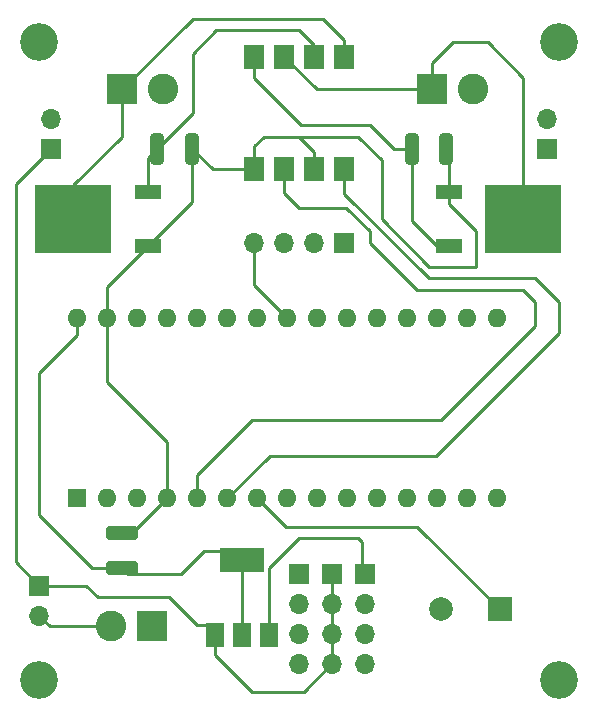
<source format=gbr>
%TF.GenerationSoftware,KiCad,Pcbnew,(6.0.1)*%
%TF.CreationDate,2022-02-20T18:55:47+01:00*%
%TF.ProjectId,NANOFC,4e414e4f-4643-42e6-9b69-6361645f7063,rev?*%
%TF.SameCoordinates,Original*%
%TF.FileFunction,Copper,L2,Bot*%
%TF.FilePolarity,Positive*%
%FSLAX46Y46*%
G04 Gerber Fmt 4.6, Leading zero omitted, Abs format (unit mm)*
G04 Created by KiCad (PCBNEW (6.0.1)) date 2022-02-20 18:55:47*
%MOMM*%
%LPD*%
G01*
G04 APERTURE LIST*
G04 Aperture macros list*
%AMRoundRect*
0 Rectangle with rounded corners*
0 $1 Rounding radius*
0 $2 $3 $4 $5 $6 $7 $8 $9 X,Y pos of 4 corners*
0 Add a 4 corners polygon primitive as box body*
4,1,4,$2,$3,$4,$5,$6,$7,$8,$9,$2,$3,0*
0 Add four circle primitives for the rounded corners*
1,1,$1+$1,$2,$3*
1,1,$1+$1,$4,$5*
1,1,$1+$1,$6,$7*
1,1,$1+$1,$8,$9*
0 Add four rect primitives between the rounded corners*
20,1,$1+$1,$2,$3,$4,$5,0*
20,1,$1+$1,$4,$5,$6,$7,0*
20,1,$1+$1,$6,$7,$8,$9,0*
20,1,$1+$1,$8,$9,$2,$3,0*%
G04 Aperture macros list end*
%TA.AperFunction,ComponentPad*%
%ADD10R,2.600000X2.600000*%
%TD*%
%TA.AperFunction,ComponentPad*%
%ADD11C,2.600000*%
%TD*%
%TA.AperFunction,ComponentPad*%
%ADD12R,1.700000X1.700000*%
%TD*%
%TA.AperFunction,ComponentPad*%
%ADD13O,1.700000X1.700000*%
%TD*%
%TA.AperFunction,ComponentPad*%
%ADD14R,2.000000X2.000000*%
%TD*%
%TA.AperFunction,ComponentPad*%
%ADD15C,2.000000*%
%TD*%
%TA.AperFunction,ComponentPad*%
%ADD16R,1.600000X1.600000*%
%TD*%
%TA.AperFunction,ComponentPad*%
%ADD17O,1.600000X1.600000*%
%TD*%
%TA.AperFunction,SMDPad,CuDef*%
%ADD18R,2.200000X1.200000*%
%TD*%
%TA.AperFunction,SMDPad,CuDef*%
%ADD19R,6.400000X5.800000*%
%TD*%
%TA.AperFunction,SMDPad,CuDef*%
%ADD20RoundRect,0.250000X0.312500X1.075000X-0.312500X1.075000X-0.312500X-1.075000X0.312500X-1.075000X0*%
%TD*%
%TA.AperFunction,SMDPad,CuDef*%
%ADD21RoundRect,0.250000X1.100000X-0.325000X1.100000X0.325000X-1.100000X0.325000X-1.100000X-0.325000X0*%
%TD*%
%TA.AperFunction,SMDPad,CuDef*%
%ADD22R,1.500000X2.000000*%
%TD*%
%TA.AperFunction,SMDPad,CuDef*%
%ADD23R,3.800000X2.000000*%
%TD*%
%TA.AperFunction,SMDPad,CuDef*%
%ADD24R,1.780000X2.000000*%
%TD*%
%TA.AperFunction,ViaPad*%
%ADD25C,3.200000*%
%TD*%
%TA.AperFunction,Conductor*%
%ADD26C,0.250000*%
%TD*%
G04 APERTURE END LIST*
D10*
%TO.P,Pyro 2,1,Pin_1*%
%TO.N,Net-(U2-Pad8)*%
X160000000Y-67000000D03*
D11*
%TO.P,Pyro 2,2,Pin_2*%
%TO.N,Net-(J10-Pad2)*%
X163500000Y-67000000D03*
%TD*%
D12*
%TO.P,Master ARM,1,Pin_1*%
%TO.N,+BATT*%
X153000000Y-109000000D03*
D13*
%TO.P,Master ARM,2,Pin_2*%
%TO.N,Net-(J1-Pad2)*%
X153000000Y-111540000D03*
%TD*%
D14*
%TO.P,BZ1,1,-*%
%TO.N,Buzzer*%
X192000000Y-111000000D03*
D15*
%TO.P,BZ1,2,+*%
%TO.N,GND*%
X187000000Y-111000000D03*
%TD*%
D12*
%TO.P,J3,1,Pin_1*%
%TO.N,3.3v*%
X178800000Y-80000000D03*
D13*
%TO.P,J3,2,Pin_2*%
%TO.N,GND*%
X176260000Y-80000000D03*
%TO.P,J3,3,Pin_3*%
%TO.N,SCL*%
X173720000Y-80000000D03*
%TO.P,J3,4,Pin_4*%
%TO.N,SDA*%
X171180000Y-80000000D03*
%TD*%
D12*
%TO.P,GND,1,Pin_1*%
%TO.N,GND*%
X180600000Y-108000000D03*
D13*
%TO.P,GND,2,Pin_2*%
X180600000Y-110540000D03*
%TO.P,GND,3,Pin_3*%
X180600000Y-113080000D03*
%TO.P,GND,4,Pin_4*%
X180600000Y-115620000D03*
%TD*%
D16*
%TO.P,A1,1,D1/TX*%
%TO.N,unconnected-(A1-Pad1)*%
X156210000Y-101590000D03*
D17*
%TO.P,A1,2,D0/RX*%
%TO.N,unconnected-(A1-Pad2)*%
X158750000Y-101590000D03*
%TO.P,A1,3,~{RESET}*%
%TO.N,unconnected-(A1-Pad3)*%
X161290000Y-101590000D03*
%TO.P,A1,4,GND*%
%TO.N,GND*%
X163830000Y-101590000D03*
%TO.P,A1,5,D2*%
%TO.N,Pyro_1*%
X166370000Y-101590000D03*
%TO.P,A1,6,D3*%
%TO.N,Pyro_2*%
X168910000Y-101590000D03*
%TO.P,A1,7,D4*%
%TO.N,Buzzer*%
X171450000Y-101590000D03*
%TO.P,A1,8,D5*%
%TO.N,Servo_1*%
X173990000Y-101590000D03*
%TO.P,A1,9,D6*%
%TO.N,Servo_2*%
X176530000Y-101590000D03*
%TO.P,A1,10,D7*%
%TO.N,Servo_3*%
X179070000Y-101590000D03*
%TO.P,A1,11,D8*%
%TO.N,Servo_4*%
X181610000Y-101590000D03*
%TO.P,A1,12,D9*%
%TO.N,unconnected-(A1-Pad12)*%
X184150000Y-101590000D03*
%TO.P,A1,13,D10*%
%TO.N,unconnected-(A1-Pad13)*%
X186690000Y-101590000D03*
%TO.P,A1,14,D11*%
%TO.N,unconnected-(A1-Pad14)*%
X189230000Y-101590000D03*
%TO.P,A1,15,D12*%
%TO.N,unconnected-(A1-Pad15)*%
X191770000Y-101590000D03*
%TO.P,A1,16,D13*%
%TO.N,unconnected-(A1-Pad16)*%
X191770000Y-86350000D03*
%TO.P,A1,17,3V3*%
%TO.N,unconnected-(A1-Pad17)*%
X189230000Y-86350000D03*
%TO.P,A1,18,AREF*%
%TO.N,unconnected-(A1-Pad18)*%
X186690000Y-86350000D03*
%TO.P,A1,19,A0*%
%TO.N,unconnected-(A1-Pad19)*%
X184150000Y-86350000D03*
%TO.P,A1,20,A1*%
%TO.N,unconnected-(A1-Pad20)*%
X181610000Y-86350000D03*
%TO.P,A1,21,A2*%
%TO.N,unconnected-(A1-Pad21)*%
X179070000Y-86350000D03*
%TO.P,A1,22,A3*%
%TO.N,unconnected-(A1-Pad22)*%
X176530000Y-86350000D03*
%TO.P,A1,23,A4*%
%TO.N,SDA*%
X173990000Y-86350000D03*
%TO.P,A1,24,A5*%
%TO.N,SCL*%
X171450000Y-86350000D03*
%TO.P,A1,25,A6*%
%TO.N,unconnected-(A1-Pad25)*%
X168910000Y-86350000D03*
%TO.P,A1,26,A7*%
%TO.N,unconnected-(A1-Pad26)*%
X166370000Y-86350000D03*
%TO.P,A1,27,+5V*%
%TO.N,unconnected-(A1-Pad27)*%
X163830000Y-86350000D03*
%TO.P,A1,28,~{RESET}*%
%TO.N,unconnected-(A1-Pad28)*%
X161290000Y-86350000D03*
%TO.P,A1,29,GND*%
%TO.N,GND*%
X158750000Y-86350000D03*
%TO.P,A1,30,VIN*%
%TO.N,3.3v*%
X156210000Y-86350000D03*
%TD*%
D12*
%TO.P,P1 Arm,1,Pin_1*%
%TO.N,+BATT*%
X196000000Y-72000000D03*
D13*
%TO.P,P1 Arm,2,Pin_2*%
%TO.N,Net-(J2-Pad2)*%
X196000000Y-69460000D03*
%TD*%
D12*
%TO.P,V+,1,Pin_1*%
%TO.N,+BATT*%
X177800000Y-108000000D03*
D13*
%TO.P,V+,2,Pin_2*%
X177800000Y-110540000D03*
%TO.P,V+,3,Pin_3*%
X177800000Y-113080000D03*
%TO.P,V+,4,Pin_4*%
X177800000Y-115620000D03*
%TD*%
D10*
%TO.P,Pyro 1,1,Pin_1*%
%TO.N,Net-(J2-Pad1)*%
X186250000Y-67000000D03*
D11*
%TO.P,Pyro 1,2,Pin_2*%
%TO.N,Net-(J2-Pad2)*%
X189750000Y-67000000D03*
%TD*%
D10*
%TO.P,Power in,1,Pin_1*%
%TO.N,GND*%
X162560000Y-112455000D03*
D11*
%TO.P,Power in,2,Pin_2*%
%TO.N,Net-(J1-Pad2)*%
X159060000Y-112455000D03*
%TD*%
D12*
%TO.P,P2 Arm,1,Pin_1*%
%TO.N,+BATT*%
X154000000Y-72000000D03*
D13*
%TO.P,P2 Arm,2,Pin_2*%
%TO.N,Net-(J10-Pad2)*%
X154000000Y-69460000D03*
%TD*%
D12*
%TO.P,SIG,1,Pin_1*%
%TO.N,Servo_4*%
X175000000Y-108000000D03*
D13*
%TO.P,SIG,2,Pin_2*%
%TO.N,Servo_3*%
X175000000Y-110540000D03*
%TO.P,SIG,3,Pin_3*%
%TO.N,Servo_2*%
X175000000Y-113080000D03*
%TO.P,SIG,4,Pin_4*%
%TO.N,Servo_1*%
X175000000Y-115620000D03*
%TD*%
D18*
%TO.P,Q1,1*%
%TO.N,Net-(Q1-Pad1)*%
X187700000Y-80280000D03*
D19*
%TO.P,Q1,2*%
%TO.N,Net-(J2-Pad1)*%
X194000000Y-78000000D03*
D18*
%TO.P,Q1,3*%
%TO.N,GND*%
X187700000Y-75720000D03*
%TD*%
D20*
%TO.P,R1,1*%
%TO.N,GND*%
X187462500Y-72000000D03*
%TO.P,R1,2*%
%TO.N,Net-(Q1-Pad1)*%
X184537500Y-72000000D03*
%TD*%
D21*
%TO.P,C1,1*%
%TO.N,3.3v*%
X160000000Y-107475000D03*
%TO.P,C1,2*%
%TO.N,GND*%
X160000000Y-104525000D03*
%TD*%
D18*
%TO.P,Q2,1*%
%TO.N,Net-(Q2-Pad1)*%
X162200000Y-75720000D03*
D19*
%TO.P,Q2,2*%
%TO.N,Net-(U2-Pad8)*%
X155900000Y-78000000D03*
D18*
%TO.P,Q2,3*%
%TO.N,GND*%
X162200000Y-80280000D03*
%TD*%
D22*
%TO.P,U1,1,GND*%
%TO.N,GND*%
X172480000Y-113150000D03*
D23*
%TO.P,U1,2,VO*%
%TO.N,3.3v*%
X170180000Y-106850000D03*
D22*
X170180000Y-113150000D03*
%TO.P,U1,3,VI*%
%TO.N,+BATT*%
X167880000Y-113150000D03*
%TD*%
D24*
%TO.P,U2,1*%
%TO.N,Pyro_2*%
X178810000Y-73765000D03*
%TO.P,U2,2*%
%TO.N,GND*%
X176270000Y-73765000D03*
%TO.P,U2,3*%
%TO.N,Pyro_1*%
X173730000Y-73765000D03*
%TO.P,U2,4*%
%TO.N,GND*%
X171190000Y-73765000D03*
%TO.P,U2,5*%
%TO.N,Net-(Q1-Pad1)*%
X171190000Y-64235000D03*
%TO.P,U2,6*%
%TO.N,Net-(J2-Pad1)*%
X173730000Y-64235000D03*
%TO.P,U2,7*%
%TO.N,Net-(Q2-Pad1)*%
X176270000Y-64235000D03*
%TO.P,U2,8*%
%TO.N,Net-(U2-Pad8)*%
X178810000Y-64235000D03*
%TD*%
D20*
%TO.P,R2,1*%
%TO.N,GND*%
X165925000Y-72000000D03*
%TO.P,R2,2*%
%TO.N,Net-(Q2-Pad1)*%
X163000000Y-72000000D03*
%TD*%
D25*
%TO.N,*%
X153000000Y-117000000D03*
X197000000Y-117000000D03*
X153000000Y-63000000D03*
X197000000Y-63000000D03*
%TD*%
D26*
%TO.N,GND*%
X176270000Y-79990000D02*
X176260000Y-80000000D01*
X172480000Y-112370000D02*
X172480000Y-107520000D01*
X180340000Y-105340000D02*
X180340000Y-107960000D01*
X158750000Y-83730000D02*
X158750000Y-86350000D01*
X172000000Y-71000000D02*
X171190000Y-71810000D01*
X187700000Y-72237500D02*
X187462500Y-72000000D01*
X158750000Y-91750000D02*
X163830000Y-96830000D01*
X187700000Y-75720000D02*
X187700000Y-72237500D01*
X186000000Y-82000000D02*
X182000000Y-78000000D01*
X165925000Y-76555000D02*
X158750000Y-83730000D01*
X163830000Y-96830000D02*
X163830000Y-101590000D01*
X176270000Y-73765000D02*
X176270000Y-72270000D01*
X158750000Y-86350000D02*
X158750000Y-91750000D01*
X182000000Y-78000000D02*
X182000000Y-73000000D01*
X167690000Y-73765000D02*
X165925000Y-72000000D01*
X175000000Y-105000000D02*
X180000000Y-105000000D01*
X180000000Y-105000000D02*
X180340000Y-105340000D01*
X165925000Y-72000000D02*
X165925000Y-76555000D01*
X190000000Y-82000000D02*
X186000000Y-82000000D01*
X190000000Y-79000000D02*
X190000000Y-82000000D01*
X180000000Y-71000000D02*
X175000000Y-71000000D01*
X176270000Y-72270000D02*
X175000000Y-71000000D01*
X172480000Y-107520000D02*
X175000000Y-105000000D01*
X160000000Y-104525000D02*
X160895000Y-104525000D01*
X187700000Y-75720000D02*
X187700000Y-76700000D01*
X187700000Y-76700000D02*
X190000000Y-79000000D01*
X171190000Y-71810000D02*
X171190000Y-73765000D01*
X182000000Y-73000000D02*
X180000000Y-71000000D01*
X171190000Y-73765000D02*
X167690000Y-73765000D01*
X160895000Y-104525000D02*
X163830000Y-101590000D01*
X175000000Y-71000000D02*
X172000000Y-71000000D01*
%TO.N,Pyro_1*%
X171000000Y-95000000D02*
X166370000Y-99630000D01*
X187000000Y-95000000D02*
X171000000Y-95000000D01*
X166370000Y-99630000D02*
X166370000Y-101590000D01*
X173730000Y-73765000D02*
X173730000Y-75730000D01*
X194000000Y-84000000D02*
X195000000Y-85000000D01*
X181000000Y-79000000D02*
X181000000Y-80000000D01*
X181000000Y-80000000D02*
X185000000Y-84000000D01*
X179000000Y-77000000D02*
X181000000Y-79000000D01*
X185000000Y-84000000D02*
X194000000Y-84000000D01*
X175000000Y-77000000D02*
X179000000Y-77000000D01*
X173730000Y-75730000D02*
X175000000Y-77000000D01*
X195000000Y-85000000D02*
X195000000Y-87000000D01*
X195000000Y-87000000D02*
X187000000Y-95000000D01*
%TO.N,Pyro_2*%
X172500000Y-98000000D02*
X168910000Y-101590000D01*
X178810000Y-73765000D02*
X178810000Y-75810000D01*
X186635718Y-98000000D02*
X172500000Y-98000000D01*
X197000000Y-87635718D02*
X186635718Y-98000000D01*
X195000000Y-83000000D02*
X197000000Y-85000000D01*
X178810000Y-75810000D02*
X186000000Y-83000000D01*
X197000000Y-85000000D02*
X197000000Y-87635718D01*
X186000000Y-83000000D02*
X195000000Y-83000000D01*
%TO.N,Buzzer*%
X192000000Y-111000000D02*
X185000000Y-104000000D01*
X173860000Y-104000000D02*
X171450000Y-101590000D01*
X185000000Y-104000000D02*
X173860000Y-104000000D01*
%TO.N,SDA*%
X171180000Y-83540000D02*
X173990000Y-86350000D01*
X171180000Y-80000000D02*
X171180000Y-83540000D01*
%TO.N,3.3v*%
X153000000Y-103000000D02*
X153000000Y-91000000D01*
X160525000Y-108000000D02*
X165000000Y-108000000D01*
X157475000Y-107475000D02*
X160000000Y-107475000D01*
X160000000Y-107475000D02*
X160525000Y-108000000D01*
X170180000Y-112370000D02*
X170180000Y-106070000D01*
X153000000Y-91000000D02*
X156210000Y-87790000D01*
X153000000Y-103000000D02*
X157475000Y-107475000D01*
X165000000Y-108000000D02*
X166930000Y-106070000D01*
X156210000Y-87790000D02*
X156210000Y-86350000D01*
X166930000Y-106070000D02*
X170180000Y-106070000D01*
%TO.N,+BATT*%
X175380000Y-118000000D02*
X177800000Y-115580000D01*
X151000000Y-75000000D02*
X154000000Y-72000000D01*
X158000000Y-110000000D02*
X157000000Y-109000000D01*
X157000000Y-109000000D02*
X153000000Y-109000000D01*
X167880000Y-112370000D02*
X167880000Y-114880000D01*
X177800000Y-110500000D02*
X177800000Y-113040000D01*
X167880000Y-112370000D02*
X166370000Y-112370000D01*
X177800000Y-110500000D02*
X177800000Y-107960000D01*
X177800000Y-115580000D02*
X177800000Y-113040000D01*
X164000000Y-110000000D02*
X158000000Y-110000000D01*
X167880000Y-114880000D02*
X171000000Y-118000000D01*
X166370000Y-112370000D02*
X164000000Y-110000000D01*
X151000000Y-107000000D02*
X151000000Y-75000000D01*
X153000000Y-109000000D02*
X151000000Y-107000000D01*
X171000000Y-118000000D02*
X175380000Y-118000000D01*
%TO.N,Net-(J2-Pad1)*%
X194000000Y-66000000D02*
X191000000Y-63000000D01*
X196200000Y-76720000D02*
X196720000Y-76720000D01*
X191000000Y-63000000D02*
X188000000Y-63000000D01*
X176495000Y-67000000D02*
X186250000Y-67000000D01*
X194000000Y-79000000D02*
X194000000Y-66000000D01*
X188000000Y-63000000D02*
X186250000Y-64750000D01*
X186250000Y-64750000D02*
X186250000Y-67000000D01*
X173730000Y-64235000D02*
X176495000Y-67000000D01*
%TO.N,Net-(J1-Pad2)*%
X153915000Y-112455000D02*
X153000000Y-111540000D01*
X159060000Y-112455000D02*
X153915000Y-112455000D01*
%TO.N,Net-(Q1-Pad1)*%
X186700000Y-80280000D02*
X184537500Y-78117500D01*
X184537500Y-78117500D02*
X184537500Y-72000000D01*
X171190000Y-64235000D02*
X171190000Y-66000000D01*
X183000000Y-72000000D02*
X184537500Y-72000000D01*
X181000000Y-70000000D02*
X183000000Y-72000000D01*
X175190000Y-70000000D02*
X181000000Y-70000000D01*
X187700000Y-80280000D02*
X186700000Y-80280000D01*
X171190000Y-66000000D02*
X175190000Y-70000000D01*
%TO.N,Net-(Q2-Pad1)*%
X168000000Y-62000000D02*
X166000000Y-64000000D01*
X166000000Y-64000000D02*
X166000000Y-69000000D01*
X163000000Y-72000000D02*
X163000000Y-71000000D01*
X176270000Y-63235000D02*
X175035000Y-62000000D01*
X162200000Y-75720000D02*
X162200000Y-72800000D01*
X166000000Y-69000000D02*
X163000000Y-72000000D01*
X162200000Y-72800000D02*
X163000000Y-72000000D01*
X175035000Y-62000000D02*
X168000000Y-62000000D01*
%TO.N,Net-(U2-Pad8)*%
X178810000Y-62810000D02*
X178810000Y-63235000D01*
X166000000Y-61000000D02*
X177000000Y-61000000D01*
X155900000Y-79000000D02*
X155900000Y-75100000D01*
X160000000Y-71000000D02*
X160000000Y-67000000D01*
X155900000Y-75100000D02*
X160000000Y-71000000D01*
X160100000Y-67100000D02*
X160000000Y-67000000D01*
X160000000Y-67000000D02*
X166000000Y-61000000D01*
X177000000Y-61000000D02*
X178810000Y-62810000D01*
%TD*%
M02*

</source>
